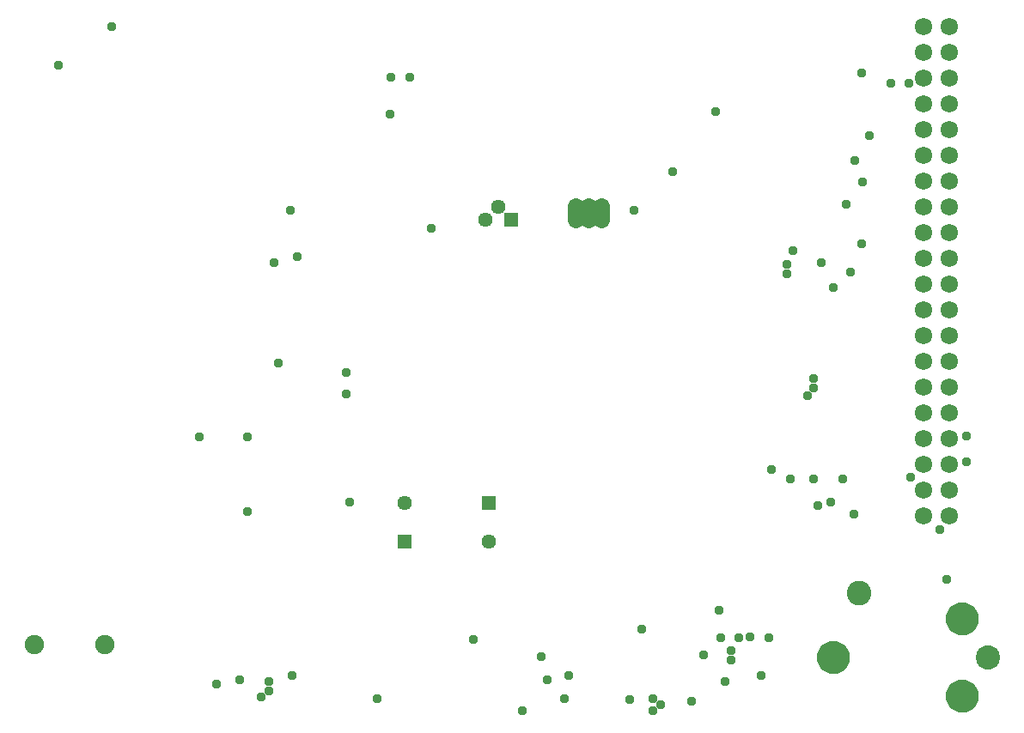
<source format=gbr>
G04 EAGLE Gerber RS-274X export*
G75*
%MOMM*%
%FSLAX34Y34*%
%LPD*%
%INSoldermask Bottom*%
%IPPOS*%
%AMOC8*
5,1,8,0,0,1.08239X$1,22.5*%
G01*
G04 Define Apertures*
%ADD10R,1.441200X1.441200*%
%ADD11C,1.441200*%
%ADD12C,1.599000*%
%ADD13C,2.393200*%
%ADD14C,2.423200*%
%ADD15C,2.893200*%
%ADD16C,1.903200*%
%ADD17C,1.591200*%
%ADD18C,1.721969*%
%ADD19C,0.959600*%
D10*
X403040Y215900D03*
D11*
X485960Y215900D03*
D10*
X485960Y254000D03*
D11*
X403040Y254000D03*
D12*
X817505Y101600D02*
X817507Y101796D01*
X817515Y101992D01*
X817527Y102188D01*
X817543Y102384D01*
X817565Y102579D01*
X817592Y102773D01*
X817623Y102967D01*
X817659Y103160D01*
X817699Y103352D01*
X817745Y103543D01*
X817795Y103732D01*
X817849Y103921D01*
X817909Y104108D01*
X817972Y104293D01*
X818041Y104477D01*
X818114Y104660D01*
X818191Y104840D01*
X818273Y105018D01*
X818359Y105195D01*
X818449Y105369D01*
X818544Y105541D01*
X818642Y105710D01*
X818745Y105877D01*
X818852Y106042D01*
X818963Y106204D01*
X819078Y106363D01*
X819197Y106519D01*
X819320Y106672D01*
X819446Y106822D01*
X819576Y106969D01*
X819710Y107113D01*
X819847Y107253D01*
X819987Y107390D01*
X820131Y107524D01*
X820278Y107654D01*
X820428Y107780D01*
X820581Y107903D01*
X820737Y108022D01*
X820896Y108137D01*
X821058Y108248D01*
X821223Y108355D01*
X821390Y108458D01*
X821559Y108556D01*
X821731Y108651D01*
X821905Y108741D01*
X822082Y108827D01*
X822260Y108909D01*
X822440Y108986D01*
X822623Y109059D01*
X822807Y109128D01*
X822992Y109191D01*
X823179Y109251D01*
X823368Y109305D01*
X823557Y109355D01*
X823748Y109401D01*
X823940Y109441D01*
X824133Y109477D01*
X824327Y109508D01*
X824521Y109535D01*
X824716Y109557D01*
X824912Y109573D01*
X825108Y109585D01*
X825304Y109593D01*
X825500Y109595D01*
X825696Y109593D01*
X825892Y109585D01*
X826088Y109573D01*
X826284Y109557D01*
X826479Y109535D01*
X826673Y109508D01*
X826867Y109477D01*
X827060Y109441D01*
X827252Y109401D01*
X827443Y109355D01*
X827632Y109305D01*
X827821Y109251D01*
X828008Y109191D01*
X828193Y109128D01*
X828377Y109059D01*
X828560Y108986D01*
X828740Y108909D01*
X828918Y108827D01*
X829095Y108741D01*
X829269Y108651D01*
X829441Y108556D01*
X829610Y108458D01*
X829777Y108355D01*
X829942Y108248D01*
X830104Y108137D01*
X830263Y108022D01*
X830419Y107903D01*
X830572Y107780D01*
X830722Y107654D01*
X830869Y107524D01*
X831013Y107390D01*
X831153Y107253D01*
X831290Y107113D01*
X831424Y106969D01*
X831554Y106822D01*
X831680Y106672D01*
X831803Y106519D01*
X831922Y106363D01*
X832037Y106204D01*
X832148Y106042D01*
X832255Y105877D01*
X832358Y105710D01*
X832456Y105541D01*
X832551Y105369D01*
X832641Y105195D01*
X832727Y105018D01*
X832809Y104840D01*
X832886Y104660D01*
X832959Y104477D01*
X833028Y104293D01*
X833091Y104108D01*
X833151Y103921D01*
X833205Y103732D01*
X833255Y103543D01*
X833301Y103352D01*
X833341Y103160D01*
X833377Y102967D01*
X833408Y102773D01*
X833435Y102579D01*
X833457Y102384D01*
X833473Y102188D01*
X833485Y101992D01*
X833493Y101796D01*
X833495Y101600D01*
X833493Y101404D01*
X833485Y101208D01*
X833473Y101012D01*
X833457Y100816D01*
X833435Y100621D01*
X833408Y100427D01*
X833377Y100233D01*
X833341Y100040D01*
X833301Y99848D01*
X833255Y99657D01*
X833205Y99468D01*
X833151Y99279D01*
X833091Y99092D01*
X833028Y98907D01*
X832959Y98723D01*
X832886Y98540D01*
X832809Y98360D01*
X832727Y98182D01*
X832641Y98005D01*
X832551Y97831D01*
X832456Y97659D01*
X832358Y97490D01*
X832255Y97323D01*
X832148Y97158D01*
X832037Y96996D01*
X831922Y96837D01*
X831803Y96681D01*
X831680Y96528D01*
X831554Y96378D01*
X831424Y96231D01*
X831290Y96087D01*
X831153Y95947D01*
X831013Y95810D01*
X830869Y95676D01*
X830722Y95546D01*
X830572Y95420D01*
X830419Y95297D01*
X830263Y95178D01*
X830104Y95063D01*
X829942Y94952D01*
X829777Y94845D01*
X829610Y94742D01*
X829441Y94644D01*
X829269Y94549D01*
X829095Y94459D01*
X828918Y94373D01*
X828740Y94291D01*
X828560Y94214D01*
X828377Y94141D01*
X828193Y94072D01*
X828008Y94009D01*
X827821Y93949D01*
X827632Y93895D01*
X827443Y93845D01*
X827252Y93799D01*
X827060Y93759D01*
X826867Y93723D01*
X826673Y93692D01*
X826479Y93665D01*
X826284Y93643D01*
X826088Y93627D01*
X825892Y93615D01*
X825696Y93607D01*
X825500Y93605D01*
X825304Y93607D01*
X825108Y93615D01*
X824912Y93627D01*
X824716Y93643D01*
X824521Y93665D01*
X824327Y93692D01*
X824133Y93723D01*
X823940Y93759D01*
X823748Y93799D01*
X823557Y93845D01*
X823368Y93895D01*
X823179Y93949D01*
X822992Y94009D01*
X822807Y94072D01*
X822623Y94141D01*
X822440Y94214D01*
X822260Y94291D01*
X822082Y94373D01*
X821905Y94459D01*
X821731Y94549D01*
X821559Y94644D01*
X821390Y94742D01*
X821223Y94845D01*
X821058Y94952D01*
X820896Y95063D01*
X820737Y95178D01*
X820581Y95297D01*
X820428Y95420D01*
X820278Y95546D01*
X820131Y95676D01*
X819987Y95810D01*
X819847Y95947D01*
X819710Y96087D01*
X819576Y96231D01*
X819446Y96378D01*
X819320Y96528D01*
X819197Y96681D01*
X819078Y96837D01*
X818963Y96996D01*
X818852Y97158D01*
X818745Y97323D01*
X818642Y97490D01*
X818544Y97659D01*
X818449Y97831D01*
X818359Y98005D01*
X818273Y98182D01*
X818191Y98360D01*
X818114Y98540D01*
X818041Y98723D01*
X817972Y98907D01*
X817909Y99092D01*
X817849Y99279D01*
X817795Y99468D01*
X817745Y99657D01*
X817699Y99848D01*
X817659Y100040D01*
X817623Y100233D01*
X817592Y100427D01*
X817565Y100621D01*
X817543Y100816D01*
X817527Y101012D01*
X817515Y101208D01*
X817507Y101404D01*
X817505Y101600D01*
X944505Y139700D02*
X944507Y139896D01*
X944515Y140092D01*
X944527Y140288D01*
X944543Y140484D01*
X944565Y140679D01*
X944592Y140873D01*
X944623Y141067D01*
X944659Y141260D01*
X944699Y141452D01*
X944745Y141643D01*
X944795Y141832D01*
X944849Y142021D01*
X944909Y142208D01*
X944972Y142393D01*
X945041Y142577D01*
X945114Y142760D01*
X945191Y142940D01*
X945273Y143118D01*
X945359Y143295D01*
X945449Y143469D01*
X945544Y143641D01*
X945642Y143810D01*
X945745Y143977D01*
X945852Y144142D01*
X945963Y144304D01*
X946078Y144463D01*
X946197Y144619D01*
X946320Y144772D01*
X946446Y144922D01*
X946576Y145069D01*
X946710Y145213D01*
X946847Y145353D01*
X946987Y145490D01*
X947131Y145624D01*
X947278Y145754D01*
X947428Y145880D01*
X947581Y146003D01*
X947737Y146122D01*
X947896Y146237D01*
X948058Y146348D01*
X948223Y146455D01*
X948390Y146558D01*
X948559Y146656D01*
X948731Y146751D01*
X948905Y146841D01*
X949082Y146927D01*
X949260Y147009D01*
X949440Y147086D01*
X949623Y147159D01*
X949807Y147228D01*
X949992Y147291D01*
X950179Y147351D01*
X950368Y147405D01*
X950557Y147455D01*
X950748Y147501D01*
X950940Y147541D01*
X951133Y147577D01*
X951327Y147608D01*
X951521Y147635D01*
X951716Y147657D01*
X951912Y147673D01*
X952108Y147685D01*
X952304Y147693D01*
X952500Y147695D01*
X952696Y147693D01*
X952892Y147685D01*
X953088Y147673D01*
X953284Y147657D01*
X953479Y147635D01*
X953673Y147608D01*
X953867Y147577D01*
X954060Y147541D01*
X954252Y147501D01*
X954443Y147455D01*
X954632Y147405D01*
X954821Y147351D01*
X955008Y147291D01*
X955193Y147228D01*
X955377Y147159D01*
X955560Y147086D01*
X955740Y147009D01*
X955918Y146927D01*
X956095Y146841D01*
X956269Y146751D01*
X956441Y146656D01*
X956610Y146558D01*
X956777Y146455D01*
X956942Y146348D01*
X957104Y146237D01*
X957263Y146122D01*
X957419Y146003D01*
X957572Y145880D01*
X957722Y145754D01*
X957869Y145624D01*
X958013Y145490D01*
X958153Y145353D01*
X958290Y145213D01*
X958424Y145069D01*
X958554Y144922D01*
X958680Y144772D01*
X958803Y144619D01*
X958922Y144463D01*
X959037Y144304D01*
X959148Y144142D01*
X959255Y143977D01*
X959358Y143810D01*
X959456Y143641D01*
X959551Y143469D01*
X959641Y143295D01*
X959727Y143118D01*
X959809Y142940D01*
X959886Y142760D01*
X959959Y142577D01*
X960028Y142393D01*
X960091Y142208D01*
X960151Y142021D01*
X960205Y141832D01*
X960255Y141643D01*
X960301Y141452D01*
X960341Y141260D01*
X960377Y141067D01*
X960408Y140873D01*
X960435Y140679D01*
X960457Y140484D01*
X960473Y140288D01*
X960485Y140092D01*
X960493Y139896D01*
X960495Y139700D01*
X960493Y139504D01*
X960485Y139308D01*
X960473Y139112D01*
X960457Y138916D01*
X960435Y138721D01*
X960408Y138527D01*
X960377Y138333D01*
X960341Y138140D01*
X960301Y137948D01*
X960255Y137757D01*
X960205Y137568D01*
X960151Y137379D01*
X960091Y137192D01*
X960028Y137007D01*
X959959Y136823D01*
X959886Y136640D01*
X959809Y136460D01*
X959727Y136282D01*
X959641Y136105D01*
X959551Y135931D01*
X959456Y135759D01*
X959358Y135590D01*
X959255Y135423D01*
X959148Y135258D01*
X959037Y135096D01*
X958922Y134937D01*
X958803Y134781D01*
X958680Y134628D01*
X958554Y134478D01*
X958424Y134331D01*
X958290Y134187D01*
X958153Y134047D01*
X958013Y133910D01*
X957869Y133776D01*
X957722Y133646D01*
X957572Y133520D01*
X957419Y133397D01*
X957263Y133278D01*
X957104Y133163D01*
X956942Y133052D01*
X956777Y132945D01*
X956610Y132842D01*
X956441Y132744D01*
X956269Y132649D01*
X956095Y132559D01*
X955918Y132473D01*
X955740Y132391D01*
X955560Y132314D01*
X955377Y132241D01*
X955193Y132172D01*
X955008Y132109D01*
X954821Y132049D01*
X954632Y131995D01*
X954443Y131945D01*
X954252Y131899D01*
X954060Y131859D01*
X953867Y131823D01*
X953673Y131792D01*
X953479Y131765D01*
X953284Y131743D01*
X953088Y131727D01*
X952892Y131715D01*
X952696Y131707D01*
X952500Y131705D01*
X952304Y131707D01*
X952108Y131715D01*
X951912Y131727D01*
X951716Y131743D01*
X951521Y131765D01*
X951327Y131792D01*
X951133Y131823D01*
X950940Y131859D01*
X950748Y131899D01*
X950557Y131945D01*
X950368Y131995D01*
X950179Y132049D01*
X949992Y132109D01*
X949807Y132172D01*
X949623Y132241D01*
X949440Y132314D01*
X949260Y132391D01*
X949082Y132473D01*
X948905Y132559D01*
X948731Y132649D01*
X948559Y132744D01*
X948390Y132842D01*
X948223Y132945D01*
X948058Y133052D01*
X947896Y133163D01*
X947737Y133278D01*
X947581Y133397D01*
X947428Y133520D01*
X947278Y133646D01*
X947131Y133776D01*
X946987Y133910D01*
X946847Y134047D01*
X946710Y134187D01*
X946576Y134331D01*
X946446Y134478D01*
X946320Y134628D01*
X946197Y134781D01*
X946078Y134937D01*
X945963Y135096D01*
X945852Y135258D01*
X945745Y135423D01*
X945642Y135590D01*
X945544Y135759D01*
X945449Y135931D01*
X945359Y136105D01*
X945273Y136282D01*
X945191Y136460D01*
X945114Y136640D01*
X945041Y136823D01*
X944972Y137007D01*
X944909Y137192D01*
X944849Y137379D01*
X944795Y137568D01*
X944745Y137757D01*
X944699Y137948D01*
X944659Y138140D01*
X944623Y138333D01*
X944592Y138527D01*
X944565Y138721D01*
X944543Y138916D01*
X944527Y139112D01*
X944515Y139308D01*
X944507Y139504D01*
X944505Y139700D01*
X944505Y63500D02*
X944507Y63696D01*
X944515Y63892D01*
X944527Y64088D01*
X944543Y64284D01*
X944565Y64479D01*
X944592Y64673D01*
X944623Y64867D01*
X944659Y65060D01*
X944699Y65252D01*
X944745Y65443D01*
X944795Y65632D01*
X944849Y65821D01*
X944909Y66008D01*
X944972Y66193D01*
X945041Y66377D01*
X945114Y66560D01*
X945191Y66740D01*
X945273Y66918D01*
X945359Y67095D01*
X945449Y67269D01*
X945544Y67441D01*
X945642Y67610D01*
X945745Y67777D01*
X945852Y67942D01*
X945963Y68104D01*
X946078Y68263D01*
X946197Y68419D01*
X946320Y68572D01*
X946446Y68722D01*
X946576Y68869D01*
X946710Y69013D01*
X946847Y69153D01*
X946987Y69290D01*
X947131Y69424D01*
X947278Y69554D01*
X947428Y69680D01*
X947581Y69803D01*
X947737Y69922D01*
X947896Y70037D01*
X948058Y70148D01*
X948223Y70255D01*
X948390Y70358D01*
X948559Y70456D01*
X948731Y70551D01*
X948905Y70641D01*
X949082Y70727D01*
X949260Y70809D01*
X949440Y70886D01*
X949623Y70959D01*
X949807Y71028D01*
X949992Y71091D01*
X950179Y71151D01*
X950368Y71205D01*
X950557Y71255D01*
X950748Y71301D01*
X950940Y71341D01*
X951133Y71377D01*
X951327Y71408D01*
X951521Y71435D01*
X951716Y71457D01*
X951912Y71473D01*
X952108Y71485D01*
X952304Y71493D01*
X952500Y71495D01*
X952696Y71493D01*
X952892Y71485D01*
X953088Y71473D01*
X953284Y71457D01*
X953479Y71435D01*
X953673Y71408D01*
X953867Y71377D01*
X954060Y71341D01*
X954252Y71301D01*
X954443Y71255D01*
X954632Y71205D01*
X954821Y71151D01*
X955008Y71091D01*
X955193Y71028D01*
X955377Y70959D01*
X955560Y70886D01*
X955740Y70809D01*
X955918Y70727D01*
X956095Y70641D01*
X956269Y70551D01*
X956441Y70456D01*
X956610Y70358D01*
X956777Y70255D01*
X956942Y70148D01*
X957104Y70037D01*
X957263Y69922D01*
X957419Y69803D01*
X957572Y69680D01*
X957722Y69554D01*
X957869Y69424D01*
X958013Y69290D01*
X958153Y69153D01*
X958290Y69013D01*
X958424Y68869D01*
X958554Y68722D01*
X958680Y68572D01*
X958803Y68419D01*
X958922Y68263D01*
X959037Y68104D01*
X959148Y67942D01*
X959255Y67777D01*
X959358Y67610D01*
X959456Y67441D01*
X959551Y67269D01*
X959641Y67095D01*
X959727Y66918D01*
X959809Y66740D01*
X959886Y66560D01*
X959959Y66377D01*
X960028Y66193D01*
X960091Y66008D01*
X960151Y65821D01*
X960205Y65632D01*
X960255Y65443D01*
X960301Y65252D01*
X960341Y65060D01*
X960377Y64867D01*
X960408Y64673D01*
X960435Y64479D01*
X960457Y64284D01*
X960473Y64088D01*
X960485Y63892D01*
X960493Y63696D01*
X960495Y63500D01*
X960493Y63304D01*
X960485Y63108D01*
X960473Y62912D01*
X960457Y62716D01*
X960435Y62521D01*
X960408Y62327D01*
X960377Y62133D01*
X960341Y61940D01*
X960301Y61748D01*
X960255Y61557D01*
X960205Y61368D01*
X960151Y61179D01*
X960091Y60992D01*
X960028Y60807D01*
X959959Y60623D01*
X959886Y60440D01*
X959809Y60260D01*
X959727Y60082D01*
X959641Y59905D01*
X959551Y59731D01*
X959456Y59559D01*
X959358Y59390D01*
X959255Y59223D01*
X959148Y59058D01*
X959037Y58896D01*
X958922Y58737D01*
X958803Y58581D01*
X958680Y58428D01*
X958554Y58278D01*
X958424Y58131D01*
X958290Y57987D01*
X958153Y57847D01*
X958013Y57710D01*
X957869Y57576D01*
X957722Y57446D01*
X957572Y57320D01*
X957419Y57197D01*
X957263Y57078D01*
X957104Y56963D01*
X956942Y56852D01*
X956777Y56745D01*
X956610Y56642D01*
X956441Y56544D01*
X956269Y56449D01*
X956095Y56359D01*
X955918Y56273D01*
X955740Y56191D01*
X955560Y56114D01*
X955377Y56041D01*
X955193Y55972D01*
X955008Y55909D01*
X954821Y55849D01*
X954632Y55795D01*
X954443Y55745D01*
X954252Y55699D01*
X954060Y55659D01*
X953867Y55623D01*
X953673Y55592D01*
X953479Y55565D01*
X953284Y55543D01*
X953088Y55527D01*
X952892Y55515D01*
X952696Y55507D01*
X952500Y55505D01*
X952304Y55507D01*
X952108Y55515D01*
X951912Y55527D01*
X951716Y55543D01*
X951521Y55565D01*
X951327Y55592D01*
X951133Y55623D01*
X950940Y55659D01*
X950748Y55699D01*
X950557Y55745D01*
X950368Y55795D01*
X950179Y55849D01*
X949992Y55909D01*
X949807Y55972D01*
X949623Y56041D01*
X949440Y56114D01*
X949260Y56191D01*
X949082Y56273D01*
X948905Y56359D01*
X948731Y56449D01*
X948559Y56544D01*
X948390Y56642D01*
X948223Y56745D01*
X948058Y56852D01*
X947896Y56963D01*
X947737Y57078D01*
X947581Y57197D01*
X947428Y57320D01*
X947278Y57446D01*
X947131Y57576D01*
X946987Y57710D01*
X946847Y57847D01*
X946710Y57987D01*
X946576Y58131D01*
X946446Y58278D01*
X946320Y58428D01*
X946197Y58581D01*
X946078Y58737D01*
X945963Y58896D01*
X945852Y59058D01*
X945745Y59223D01*
X945642Y59390D01*
X945544Y59559D01*
X945449Y59731D01*
X945359Y59905D01*
X945273Y60082D01*
X945191Y60260D01*
X945114Y60440D01*
X945041Y60623D01*
X944972Y60807D01*
X944909Y60992D01*
X944849Y61179D01*
X944795Y61368D01*
X944745Y61557D01*
X944699Y61748D01*
X944659Y61940D01*
X944623Y62133D01*
X944592Y62327D01*
X944565Y62521D01*
X944543Y62716D01*
X944527Y62912D01*
X944515Y63108D01*
X944507Y63304D01*
X944505Y63500D01*
D13*
X977900Y101600D03*
D14*
X850900Y165100D03*
D15*
X825500Y101600D03*
X952500Y139700D03*
X952500Y63500D03*
D16*
X38100Y114300D03*
X108100Y114300D03*
D10*
X508000Y533400D03*
D11*
X495300Y546100D03*
X482600Y533400D03*
D17*
X571500Y532760D02*
X571500Y546640D01*
X584200Y546640D02*
X584200Y532760D01*
X596900Y532760D02*
X596900Y546640D01*
D18*
X939800Y723900D03*
X914400Y723900D03*
X939800Y698500D03*
X914400Y698500D03*
X939800Y673100D03*
X914400Y673100D03*
X939800Y647700D03*
X914400Y647700D03*
X939800Y622300D03*
X914400Y622300D03*
X939800Y596900D03*
X914400Y596900D03*
X939800Y571500D03*
X914400Y571500D03*
X939800Y546100D03*
X914400Y546100D03*
X939800Y520700D03*
X914400Y520700D03*
X939800Y495300D03*
X914400Y495300D03*
X939800Y469900D03*
X914400Y469900D03*
X939800Y444500D03*
X914400Y444500D03*
X939800Y419100D03*
X914400Y419100D03*
X939800Y393700D03*
X914400Y393700D03*
X939800Y368300D03*
X914400Y368300D03*
X939800Y342900D03*
X914400Y342900D03*
X939800Y317500D03*
X914400Y317500D03*
X939800Y292100D03*
X914400Y292100D03*
X939800Y266700D03*
X914400Y266700D03*
X939800Y241300D03*
X914400Y241300D03*
D19*
X348996Y254508D03*
X519684Y48768D03*
X544068Y79248D03*
X685800Y57912D03*
X647700Y48768D03*
X429768Y524256D03*
X861060Y615696D03*
X754380Y83820D03*
X240792Y79248D03*
X713232Y147828D03*
X743712Y121920D03*
X780288Y489204D03*
X822960Y254508D03*
X725424Y108204D03*
X697992Y103632D03*
X291084Y542544D03*
X470916Y118872D03*
X847344Y591312D03*
X647700Y60960D03*
X937260Y178308D03*
X838200Y548640D03*
X842772Y481584D03*
X655320Y54864D03*
X217932Y74676D03*
X637032Y129540D03*
X624840Y59436D03*
X780288Y480060D03*
X765048Y286512D03*
X853440Y509016D03*
X560832Y60960D03*
X537972Y102108D03*
X710184Y640080D03*
X667512Y580644D03*
X813816Y490728D03*
X806196Y376428D03*
X629412Y542544D03*
X806196Y367284D03*
X262128Y62484D03*
X390144Y673608D03*
X269748Y68580D03*
X408432Y673608D03*
X806196Y277368D03*
X835152Y277368D03*
X931164Y227076D03*
X269748Y77724D03*
X376428Y60960D03*
X810768Y251460D03*
X725424Y99060D03*
X783336Y277368D03*
X786384Y502920D03*
X845820Y242316D03*
X854964Y569976D03*
X853440Y678180D03*
X201168Y318516D03*
X248412Y318516D03*
X733044Y120396D03*
X762000Y120396D03*
X714756Y120396D03*
X565404Y83820D03*
X292608Y83820D03*
X719328Y77724D03*
X248412Y245364D03*
X800100Y359664D03*
X345948Y382524D03*
X345948Y361188D03*
X297180Y496824D03*
X882396Y667512D03*
X274320Y490728D03*
X278892Y391668D03*
X957072Y320040D03*
X900684Y667512D03*
X902208Y278892D03*
X826008Y466344D03*
X388620Y637032D03*
X957072Y294132D03*
X114300Y723900D03*
X62484Y685800D03*
M02*

</source>
